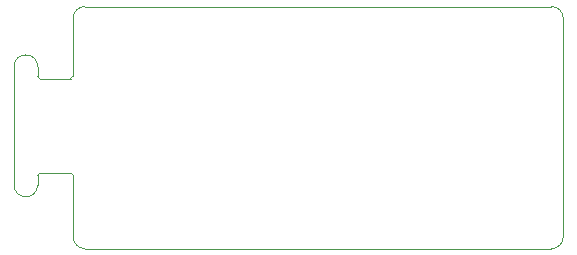
<source format=gm1>
G04 #@! TF.GenerationSoftware,KiCad,Pcbnew,(6.0.0)*
G04 #@! TF.CreationDate,2022-01-04T09:55:11+00:00*
G04 #@! TF.ProjectId,LEM_Breakout_Board,4c454d5f-4272-4656-916b-6f75745f426f,rev?*
G04 #@! TF.SameCoordinates,Original*
G04 #@! TF.FileFunction,Profile,NP*
%FSLAX46Y46*%
G04 Gerber Fmt 4.6, Leading zero omitted, Abs format (unit mm)*
G04 Created by KiCad (PCBNEW (6.0.0)) date 2022-01-04 09:55:11*
%MOMM*%
%LPD*%
G01*
G04 APERTURE LIST*
G04 #@! TA.AperFunction,Profile*
%ADD10C,0.050000*%
G04 #@! TD*
G04 APERTURE END LIST*
D10*
X111900000Y-89720000D02*
X111900000Y-94620000D01*
X153400000Y-89720000D02*
X153400000Y-108220000D01*
X152400000Y-109220000D02*
X112900000Y-109220000D01*
X109100000Y-102820000D02*
X110900000Y-102820000D01*
X109100000Y-102820000D02*
G75*
G03*
X108900000Y-103020000I1J-200001D01*
G01*
X111700000Y-94820000D02*
G75*
G03*
X111900000Y-94620000I-1J200001D01*
G01*
X108900000Y-94620000D02*
G75*
G03*
X109100000Y-94820000I200001J1D01*
G01*
X111900000Y-103020000D02*
G75*
G03*
X111700000Y-102820000I-200001J-1D01*
G01*
X110900000Y-102820000D02*
X111700000Y-102820000D01*
X106900000Y-93820000D02*
X106900000Y-103820000D01*
X108900000Y-103820000D02*
X108900000Y-103020000D01*
X108900000Y-93820000D02*
G75*
G03*
X106900000Y-93820000I-1000000J0D01*
G01*
X106900000Y-103820000D02*
G75*
G03*
X108900000Y-103820000I1000000J0D01*
G01*
X108900000Y-94620000D02*
X108900000Y-93820000D01*
X111700000Y-94820000D02*
X109100000Y-94820000D01*
X152400000Y-109220000D02*
G75*
G03*
X153400000Y-108220000I1J999999D01*
G01*
X111900000Y-103020000D02*
X111900000Y-108220000D01*
X152400000Y-88720000D02*
X112900000Y-88720000D01*
X111900000Y-108220000D02*
G75*
G03*
X112900000Y-109220000I999999J-1D01*
G01*
X112900000Y-88720000D02*
G75*
G03*
X111900000Y-89720000I-1J-999999D01*
G01*
X153400000Y-89720000D02*
G75*
G03*
X152400000Y-88720000I-999999J1D01*
G01*
M02*

</source>
